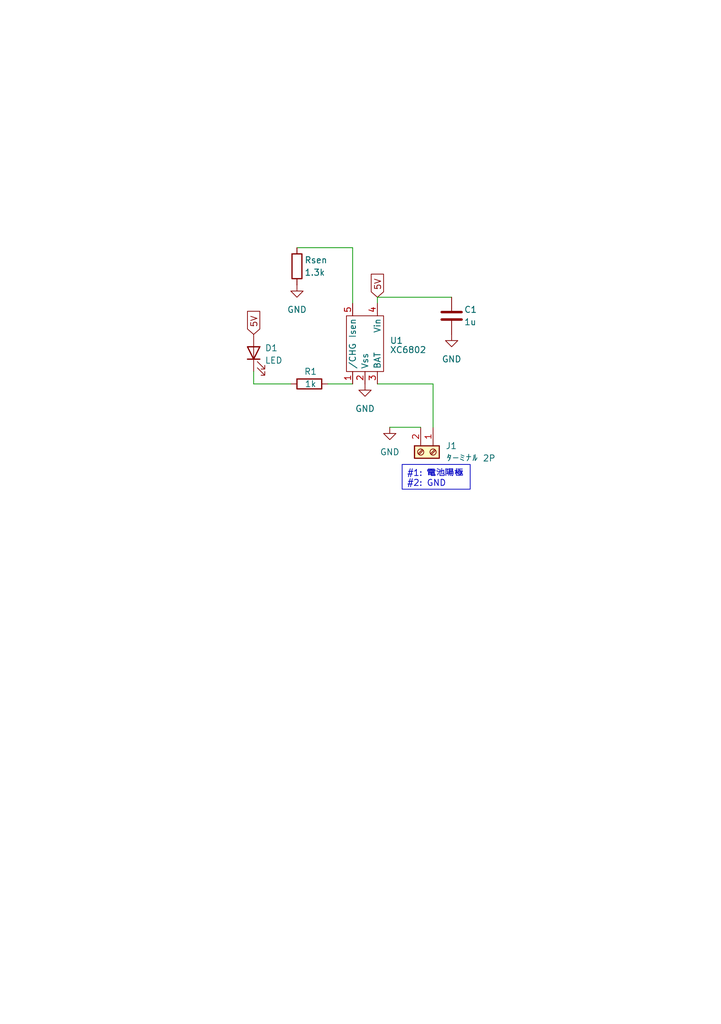
<source format=kicad_sch>
(kicad_sch (version 20231120) (generator "eeschema") (generator_version "8.0")
  (paper "A5" portrait)
  (lib_symbols
    (symbol "0Ore:XC6802-SOT-25"
      (property "Reference" "U" (at 0 0 0))
      (symbol "XC6802-SOT-25_0_1"
        (rectangle (start -3.81 16.51) (end 3.81 5.08))
      )
      (symbol "XC6802-SOT-25_1_1"
        (pin input line (at -2.54 2.54 90) (length 2.54) (name "/CHG") (number "1"))
        (pin input line (at 0 2.54 90) (length 2.54) (name "Vss") (number "2"))
        (pin input line (at 2.54 2.54 90) (length 2.54) (name "BAT") (number "3"))
        (pin input line (at 2.54 19.05 270) (length 2.54) (name "Vin") (number "4"))
        (pin input line (at -2.54 19.05 270) (length 2.54) (name "Isen") (number "5"))
      )
    )
    (symbol "Connector:Screw_Terminal_01x02" (pin_names (offset 1.016) hide)
      (property "Reference" "J" (at 0 2.54 0))
      (property "Value" "Screw_Terminal_01x02" (at 0 -5.08 0))
      (symbol "Screw_Terminal_01x02_1_1"
        (rectangle (start -1.27 1.27) (end 1.27 -3.81) (stroke (width 0.254)) (fill (type background)))
        (circle (center 0 -2.54) (radius 0.635) (stroke (width 0.1524)))
        (polyline (pts (xy -0.5334 -2.2098) (xy 0.3302 -3.048)) (stroke (width 0.1524)))
        (polyline (pts (xy -0.5334 0.3302) (xy 0.3302 -0.508)) (stroke (width 0.1524)))
        (polyline (pts (xy -0.3556 -2.032) (xy 0.508 -2.8702)) (stroke (width 0.1524)))
        (polyline (pts (xy -0.3556 0.508) (xy 0.508 -0.3302)) (stroke (width 0.1524)))
        (circle (center 0 0) (radius 0.635) (stroke (width 0.1524)))
        (pin passive line (at -5.08 0 0) (length 3.81) (name "Pin_1") (number "1"))
        (pin passive line (at -5.08 -2.54 0) (length 3.81) (name "Pin_2") (number "2"))
      )
    )
    (symbol "Device:C" (pin_numbers hide) (pin_names (offset 0.254))
      (property "Reference" "C" (at 0.635 2.54 0))
      (property "Value" "C" (at 0.635 -2.54 0))
      (symbol "C_0_1"
        (polyline (pts (xy -2.032 -0.762) (xy 2.032 -0.762)) (stroke (width 0.508)))
        (polyline (pts (xy -2.032 0.762) (xy 2.032 0.762)) (stroke (width 0.508)))
      )
      (symbol "C_1_1"
        (pin passive line (at 0 3.81 270) (length 2.794) (name "~") (number "1"))
        (pin passive line (at 0 -3.81 90) (length 2.794) (name "~") (number "2"))
      )
    )
    (symbol "Device:LED" (pin_numbers hide) (pin_names (offset 1.016) hide)
      (property "Reference" "D" (at 0 2.54 0))
      (property "Value" "LED" (at 0 -2.54 0))
      (symbol "LED_0_1"
        (polyline (pts (xy -1.27 -1.27) (xy -1.27 1.27)) (stroke (width 0.254)))
        (polyline (pts (xy -1.27 0) (xy 1.27 0)))
        (polyline (pts (xy 1.27 -1.27) (xy 1.27 1.27) (xy -1.27 0) (xy 1.27 -1.27)) (stroke (width 0.254)))
        (polyline (pts (xy -3.048 -0.762) (xy -4.572 -2.286) (xy -3.81 -2.286) (xy -4.572 -2.286) (xy -4.572 -1.524)))
        (polyline (pts (xy -1.778 -0.762) (xy -3.302 -2.286) (xy -2.54 -2.286) (xy -3.302 -2.286) (xy -3.302 -1.524)))
      )
      (symbol "LED_1_1"
        (pin passive line (at -3.81 0 0) (length 2.54) (name "K") (number "1"))
        (pin passive line (at 3.81 0 180) (length 2.54) (name "A") (number "2"))
      )
    )
    (symbol "Device:R" (pin_numbers hide) (pin_names (offset 0))
      (property "Reference" "R" (at 2.032 0 90))
      (property "Value" "R" (at 0 0 90))
      (symbol "R_0_1"
        (rectangle (start -1.016 -2.54) (end 1.016 2.54) (stroke (width 0.254)))
      )
      (symbol "R_1_1"
        (pin passive line (at 0 3.81 270) (length 1.27) (name "~") (number "1"))
        (pin passive line (at 0 -3.81 90) (length 1.27) (name "~") (number "2"))
      )
    )
    (symbol "power:GND" (power) (pin_numbers hide) (pin_names (offset 0) hide)
      (property "Value" "GND" (at 0 -3.81 0))
      (symbol "GND_0_1"
        (polyline (pts (xy 0 0) (xy 0 -1.27) (xy 1.27 -1.27) (xy 0 -2.54) (xy -1.27 -1.27) (xy 0 -1.27)))
      )
      (symbol "GND_1_1"
        (pin power_in line (at 0 0 270) (length 0) (name "~") (number "1"))
      )
    )
  )
  (wire (pts (xy 52.07 76.2) (xy 52.07 78.74)))
  (wire (pts (xy 60.96 50.8) (xy 72.39 50.8)))
  (wire (pts (xy 72.39 50.8) (xy 72.39 62.23)))
  (wire (pts (xy 77.47 60.96) (xy 92.71 60.96)))
  (wire (pts (xy 77.47 60.96) (xy 77.47 62.23)))
  (wire (pts (xy 88.9 87.63) (xy 88.9 78.74)))
  (wire (pts (xy 67.31 78.74) (xy 72.39 78.74)))
  (wire (pts (xy 59.69 78.74) (xy 52.07 78.74)))
  (wire (pts (xy 77.47 78.74) (xy 88.9 78.74)))
  (wire (pts (xy 80.01 87.63) (xy 86.36 87.63)))
  (text_box "#1: 電池陽極\n#2: GND" (at 82.55 95.25 0) (size 13.97 5.08) (effects (font (size 1.27 1.27)) (justify left top)))
  (global_label "5V" (shape input) (at 52.07 68.58 90) (property "Intersheetrefs" "${INTERSHEET_REFS}" (effects (hide yes))))
  (global_label "5V" (shape input) (at 77.47 60.96 90) (property "Intersheetrefs" "${INTERSHEET_REFS}" (effects (hide yes))))
  (symbol (lib_id "Device:C") (at 92.71 64.77 0) (unit 1)
    (property "Reference" "C1" (at 95.25 63.5 0) (effects (justify left)))
    (property "Value" "1u" (at 95.25 66.04 0) (effects (justify left)))
    (property "Description" "Unpolarized capacitor" (effects (hide yes)))
  )
  (symbol (lib_id "Device:R") (at 63.5 78.74 90) (unit 1)
    (property "Reference" "R1" (at 63.754 76.2 90))
    (property "Value" "1k" (at 63.754 78.74 90))
    (property "Description" "Resistor" (effects (hide yes)))
  )
  (symbol (lib_id "power:GND") (at 74.93 78.74 0) (unit 1)
    (property "Reference" "#PWR03" (effects (hide yes)))
    (property "Value" "GND" (at 74.93 83.82 0))
    (property "Description" "Power symbol creates a global label with name \"GND\" , ground" (effects (hide yes)))
  )
  (symbol (lib_id "power:GND") (at 80.01 87.63 0) (unit 1)
    (property "Reference" "#PWR04" (effects (hide yes)))
    (property "Value" "GND" (at 80.01 92.71 0))
    (property "Description" "Power symbol creates a global label with name \"GND\" , ground" (effects (hide yes)))
  )
  (symbol (lib_id "Device:R") (at 60.96 54.61 0) (unit 1)
    (property "Reference" "Rsen" (at 62.484 53.34 0) (effects (justify left)))
    (property "Value" "1.3k" (at 62.484 55.88 0) (effects (justify left)))
    (property "Description" "Resistor" (effects (hide yes)))
  )
  (symbol (lib_id "Connector:Screw_Terminal_01x02") (at 88.9 92.71 270) (unit 1)
    (property "Reference" "J1" (at 91.44 91.4399 90) (effects (justify left)))
    (property "Value" "ターミナル 2P" (at 91.44 93.9799 90) (effects (justify left)))
    (property "Description" "Generic screw terminal, single row, 01x02, script generated (kicad-library-utils/schlib/autogen/connector/)" (effects (hide yes)))
  )
  (symbol (lib_id "power:GND") (at 60.96 58.42 0) (unit 1)
    (property "Reference" "#PWR02" (effects (hide yes)))
    (property "Value" "GND" (at 60.96 63.5 0))
    (property "Description" "Power symbol creates a global label with name \"GND\" , ground" (effects (hide yes)))
  )
  (symbol (lib_id "power:GND") (at 92.71 68.58 0) (unit 1)
    (property "Reference" "#PWR01" (effects (hide yes)))
    (property "Value" "GND" (at 92.71 73.66 0))
    (property "Description" "Power symbol creates a global label with name \"GND\" , ground" (effects (hide yes)))
  )
  (symbol (lib_id "Device:LED") (at 52.07 72.39 90) (unit 1)
    (property "Reference" "D1" (at 54.356 71.374 90) (effects (justify right)))
    (property "Value" "LED" (at 54.356 73.914 90) (effects (justify right)))
    (property "Description" "Light emitting diode" (effects (hide yes)))
  )
  (symbol (lib_id "0Ore:XC6802-SOT-25") (at 74.93 81.28 0) (unit 1)
    (property "Reference" "U1" (at 80.01 69.8499 0) (effects (justify left)))
    (property "Value" "XC6802" (at 80.01 71.755 0) (effects (justify left)))
  )
)
</source>
